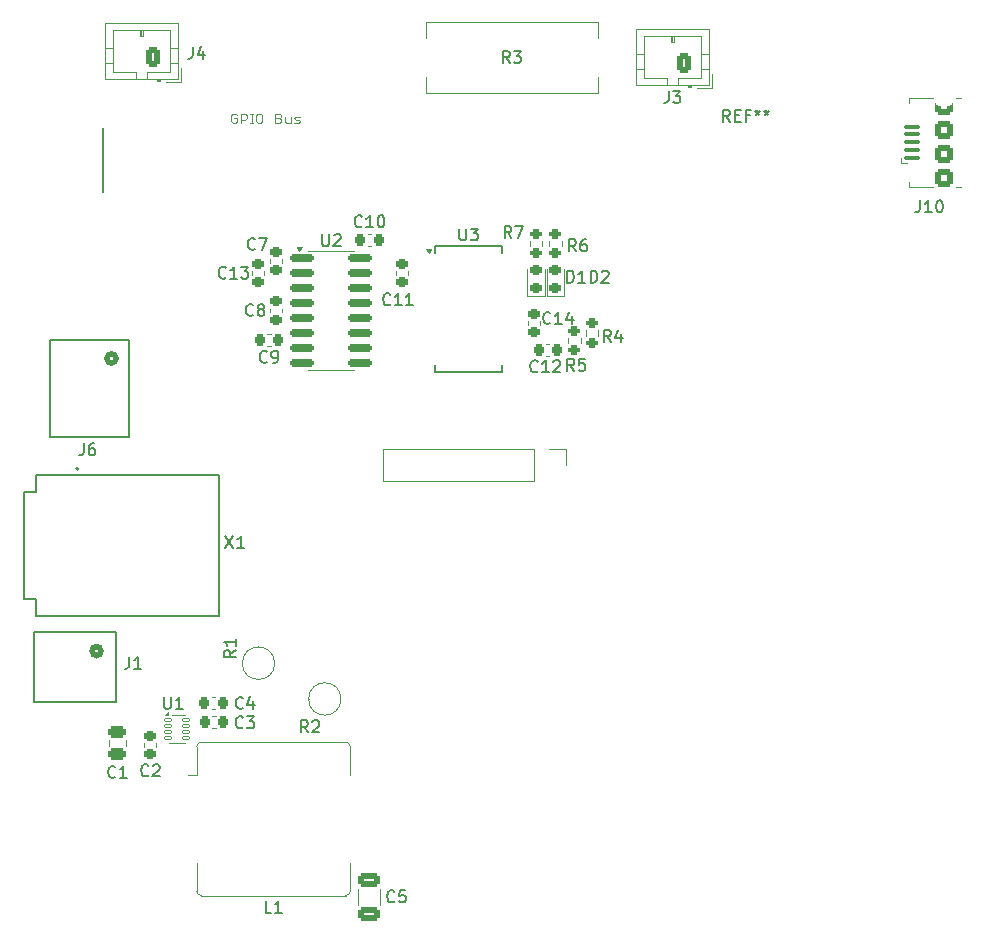
<source format=gbr>
%TF.GenerationSoftware,KiCad,Pcbnew,9.0.1*%
%TF.CreationDate,2025-11-07T15:46:44-06:00*%
%TF.ProjectId,cubesat Sim board,63756265-7361-4742-9053-696d20626f61,rev?*%
%TF.SameCoordinates,Original*%
%TF.FileFunction,Legend,Top*%
%TF.FilePolarity,Positive*%
%FSLAX46Y46*%
G04 Gerber Fmt 4.6, Leading zero omitted, Abs format (unit mm)*
G04 Created by KiCad (PCBNEW 9.0.1) date 2025-11-07 15:46:44*
%MOMM*%
%LPD*%
G01*
G04 APERTURE LIST*
G04 Aperture macros list*
%AMRoundRect*
0 Rectangle with rounded corners*
0 $1 Rounding radius*
0 $2 $3 $4 $5 $6 $7 $8 $9 X,Y pos of 4 corners*
0 Add a 4 corners polygon primitive as box body*
4,1,4,$2,$3,$4,$5,$6,$7,$8,$9,$2,$3,0*
0 Add four circle primitives for the rounded corners*
1,1,$1+$1,$2,$3*
1,1,$1+$1,$4,$5*
1,1,$1+$1,$6,$7*
1,1,$1+$1,$8,$9*
0 Add four rect primitives between the rounded corners*
20,1,$1+$1,$2,$3,$4,$5,0*
20,1,$1+$1,$4,$5,$6,$7,0*
20,1,$1+$1,$6,$7,$8,$9,0*
20,1,$1+$1,$8,$9,$2,$3,0*%
G04 Aperture macros list end*
%ADD10C,0.101600*%
%ADD11C,0.127000*%
%ADD12C,0.150000*%
%ADD13C,0.120000*%
%ADD14C,0.152400*%
%ADD15C,0.508000*%
%ADD16C,0.200000*%
%ADD17C,2.800000*%
%ADD18O,2.800000X2.800000*%
%ADD19C,5.400000*%
%ADD20RoundRect,0.225000X0.225000X0.250000X-0.225000X0.250000X-0.225000X-0.250000X0.225000X-0.250000X0*%
%ADD21C,1.803400*%
%ADD22RoundRect,0.100000X0.575000X-0.100000X0.575000X0.100000X-0.575000X0.100000X-0.575000X-0.100000X0*%
%ADD23O,1.550000X0.890000*%
%ADD24RoundRect,0.250000X0.525000X-0.475000X0.525000X0.475000X-0.525000X0.475000X-0.525000X-0.475000X0*%
%ADD25O,0.950000X1.250000*%
%ADD26RoundRect,0.250000X0.525000X-0.500000X0.525000X0.500000X-0.525000X0.500000X-0.525000X-0.500000X0*%
%ADD27RoundRect,0.225000X-0.250000X0.225000X-0.250000X-0.225000X0.250000X-0.225000X0.250000X0.225000X0*%
%ADD28C,1.600000*%
%ADD29O,1.600000X1.600000*%
%ADD30RoundRect,0.225000X-0.225000X-0.250000X0.225000X-0.250000X0.225000X0.250000X-0.225000X0.250000X0*%
%ADD31R,4.000000X7.000000*%
%ADD32RoundRect,0.200000X-0.275000X0.200000X-0.275000X-0.200000X0.275000X-0.200000X0.275000X0.200000X0*%
%ADD33C,1.700000*%
%ADD34R,1.700000X1.700000*%
%ADD35RoundRect,0.050000X-0.285000X-0.100000X0.285000X-0.100000X0.285000X0.100000X-0.285000X0.100000X0*%
%ADD36RoundRect,0.218750X0.256250X-0.218750X0.256250X0.218750X-0.256250X0.218750X-0.256250X-0.218750X0*%
%ADD37RoundRect,0.250000X0.350000X0.625000X-0.350000X0.625000X-0.350000X-0.625000X0.350000X-0.625000X0*%
%ADD38O,1.200000X1.750000*%
%ADD39C,1.200000*%
%ADD40O,1.512000X2.820000*%
%ADD41O,2.820000X1.512000*%
%ADD42C,1.712000*%
%ADD43R,1.750000X0.450000*%
%ADD44RoundRect,0.225000X0.250000X-0.225000X0.250000X0.225000X-0.250000X0.225000X-0.250000X-0.225000X0*%
%ADD45RoundRect,0.250000X-0.475000X0.250000X-0.475000X-0.250000X0.475000X-0.250000X0.475000X0.250000X0*%
%ADD46RoundRect,0.250000X0.650000X-0.325000X0.650000X0.325000X-0.650000X0.325000X-0.650000X-0.325000X0*%
%ADD47RoundRect,0.150000X-0.825000X-0.150000X0.825000X-0.150000X0.825000X0.150000X-0.825000X0.150000X0*%
%ADD48RoundRect,0.200000X0.275000X-0.200000X0.275000X0.200000X-0.275000X0.200000X-0.275000X-0.200000X0*%
G04 APERTURE END LIST*
D10*
X133726230Y-59418400D02*
X133853230Y-59291150D01*
X134139990Y-58655640D02*
X134139990Y-59418400D01*
X135465370Y-59291150D02*
X135592370Y-59418400D01*
X138359190Y-59418400D02*
X138359190Y-58909890D01*
X134648500Y-58782640D02*
X134521250Y-58655640D01*
X134935270Y-59418400D02*
X135189270Y-59418400D01*
X134648500Y-59036890D02*
X134648500Y-58782640D01*
X135846620Y-59418400D02*
X135973620Y-59291150D01*
X134521250Y-59164150D02*
X134648500Y-59036890D01*
X139154460Y-59291150D02*
X139027460Y-59164150D01*
X135973620Y-59291150D02*
X135973620Y-58782640D01*
X138645950Y-59036890D02*
X138773210Y-58909890D01*
X133344720Y-58782640D02*
X133344720Y-59291150D01*
X139027460Y-59418400D02*
X139154460Y-59291150D01*
X137977930Y-59418400D02*
X138359190Y-59418400D01*
X133471970Y-59418400D02*
X133726230Y-59418400D01*
X137564170Y-59164150D02*
X137436910Y-59036890D01*
X138773210Y-59164150D02*
X138645950Y-59036890D01*
X135592370Y-58655640D02*
X135465370Y-58782640D01*
X133344720Y-58782640D02*
X133471970Y-58655640D01*
X137055660Y-59418400D02*
X137436910Y-59418400D01*
X137850930Y-58909890D02*
X137850930Y-59291150D01*
X135592370Y-59418400D02*
X135846620Y-59418400D01*
X135465370Y-58782640D02*
X135465370Y-59291150D01*
X139027460Y-59164150D02*
X138773210Y-59164150D01*
X137436910Y-58655640D02*
X137564170Y-58782640D01*
X138773210Y-58909890D02*
X139154460Y-58909890D01*
D11*
X122448120Y-65311200D02*
X122448120Y-59824800D01*
D10*
X133853230Y-59291150D02*
X133853230Y-59036890D01*
X133726230Y-58655640D02*
X133853230Y-58782640D01*
X137564170Y-58782640D02*
X137564170Y-58909890D01*
X133853230Y-59036890D02*
X133598970Y-59036890D01*
X137564170Y-58909890D02*
X137436910Y-59036890D01*
X137436910Y-59418400D02*
X137564170Y-59291150D01*
X137564170Y-59291150D02*
X137564170Y-59164150D01*
X135062270Y-58655640D02*
X135062270Y-59418400D01*
X137850930Y-59291150D02*
X137977930Y-59418400D01*
X135846620Y-58655640D02*
X135592370Y-58655640D01*
X137055660Y-58655640D02*
X137436910Y-58655640D01*
X138645950Y-59418400D02*
X139027460Y-59418400D01*
X137055660Y-59418400D02*
X137055660Y-58655640D01*
X133471970Y-58655640D02*
X133726230Y-58655640D01*
X134521250Y-58655640D02*
X134139990Y-58655640D01*
X134139990Y-59164150D02*
X134521250Y-59164150D01*
X133344720Y-59291150D02*
X133471970Y-59418400D01*
X135973620Y-58782640D02*
X135846620Y-58655640D01*
X137436910Y-59036890D02*
X137055660Y-59036890D01*
X134935270Y-58655640D02*
X135189270Y-58655640D01*
D12*
X156906933Y-54353619D02*
X156573600Y-53877428D01*
X156335505Y-54353619D02*
X156335505Y-53353619D01*
X156335505Y-53353619D02*
X156716457Y-53353619D01*
X156716457Y-53353619D02*
X156811695Y-53401238D01*
X156811695Y-53401238D02*
X156859314Y-53448857D01*
X156859314Y-53448857D02*
X156906933Y-53544095D01*
X156906933Y-53544095D02*
X156906933Y-53686952D01*
X156906933Y-53686952D02*
X156859314Y-53782190D01*
X156859314Y-53782190D02*
X156811695Y-53829809D01*
X156811695Y-53829809D02*
X156716457Y-53877428D01*
X156716457Y-53877428D02*
X156335505Y-53877428D01*
X157240267Y-53353619D02*
X157859314Y-53353619D01*
X157859314Y-53353619D02*
X157525981Y-53734571D01*
X157525981Y-53734571D02*
X157668838Y-53734571D01*
X157668838Y-53734571D02*
X157764076Y-53782190D01*
X157764076Y-53782190D02*
X157811695Y-53829809D01*
X157811695Y-53829809D02*
X157859314Y-53925047D01*
X157859314Y-53925047D02*
X157859314Y-54163142D01*
X157859314Y-54163142D02*
X157811695Y-54258380D01*
X157811695Y-54258380D02*
X157764076Y-54306000D01*
X157764076Y-54306000D02*
X157668838Y-54353619D01*
X157668838Y-54353619D02*
X157383124Y-54353619D01*
X157383124Y-54353619D02*
X157287886Y-54306000D01*
X157287886Y-54306000D02*
X157240267Y-54258380D01*
X175552266Y-59315019D02*
X175218933Y-58838828D01*
X174980838Y-59315019D02*
X174980838Y-58315019D01*
X174980838Y-58315019D02*
X175361790Y-58315019D01*
X175361790Y-58315019D02*
X175457028Y-58362638D01*
X175457028Y-58362638D02*
X175504647Y-58410257D01*
X175504647Y-58410257D02*
X175552266Y-58505495D01*
X175552266Y-58505495D02*
X175552266Y-58648352D01*
X175552266Y-58648352D02*
X175504647Y-58743590D01*
X175504647Y-58743590D02*
X175457028Y-58791209D01*
X175457028Y-58791209D02*
X175361790Y-58838828D01*
X175361790Y-58838828D02*
X174980838Y-58838828D01*
X175980838Y-58791209D02*
X176314171Y-58791209D01*
X176457028Y-59315019D02*
X175980838Y-59315019D01*
X175980838Y-59315019D02*
X175980838Y-58315019D01*
X175980838Y-58315019D02*
X176457028Y-58315019D01*
X177218933Y-58791209D02*
X176885600Y-58791209D01*
X176885600Y-59315019D02*
X176885600Y-58315019D01*
X176885600Y-58315019D02*
X177361790Y-58315019D01*
X177885600Y-58315019D02*
X177885600Y-58553114D01*
X177647505Y-58457876D02*
X177885600Y-58553114D01*
X177885600Y-58553114D02*
X178123695Y-58457876D01*
X177742743Y-58743590D02*
X177885600Y-58553114D01*
X177885600Y-58553114D02*
X178028457Y-58743590D01*
X178647505Y-58315019D02*
X178647505Y-58553114D01*
X178409410Y-58457876D02*
X178647505Y-58553114D01*
X178647505Y-58553114D02*
X178885600Y-58457876D01*
X178504648Y-58743590D02*
X178647505Y-58553114D01*
X178647505Y-58553114D02*
X178790362Y-58743590D01*
X159275542Y-80445780D02*
X159227923Y-80493400D01*
X159227923Y-80493400D02*
X159085066Y-80541019D01*
X159085066Y-80541019D02*
X158989828Y-80541019D01*
X158989828Y-80541019D02*
X158846971Y-80493400D01*
X158846971Y-80493400D02*
X158751733Y-80398161D01*
X158751733Y-80398161D02*
X158704114Y-80302923D01*
X158704114Y-80302923D02*
X158656495Y-80112447D01*
X158656495Y-80112447D02*
X158656495Y-79969590D01*
X158656495Y-79969590D02*
X158704114Y-79779114D01*
X158704114Y-79779114D02*
X158751733Y-79683876D01*
X158751733Y-79683876D02*
X158846971Y-79588638D01*
X158846971Y-79588638D02*
X158989828Y-79541019D01*
X158989828Y-79541019D02*
X159085066Y-79541019D01*
X159085066Y-79541019D02*
X159227923Y-79588638D01*
X159227923Y-79588638D02*
X159275542Y-79636257D01*
X160227923Y-80541019D02*
X159656495Y-80541019D01*
X159942209Y-80541019D02*
X159942209Y-79541019D01*
X159942209Y-79541019D02*
X159846971Y-79683876D01*
X159846971Y-79683876D02*
X159751733Y-79779114D01*
X159751733Y-79779114D02*
X159656495Y-79826733D01*
X160608876Y-79636257D02*
X160656495Y-79588638D01*
X160656495Y-79588638D02*
X160751733Y-79541019D01*
X160751733Y-79541019D02*
X160989828Y-79541019D01*
X160989828Y-79541019D02*
X161085066Y-79588638D01*
X161085066Y-79588638D02*
X161132685Y-79636257D01*
X161132685Y-79636257D02*
X161180304Y-79731495D01*
X161180304Y-79731495D02*
X161180304Y-79826733D01*
X161180304Y-79826733D02*
X161132685Y-79969590D01*
X161132685Y-79969590D02*
X160561257Y-80541019D01*
X160561257Y-80541019D02*
X161180304Y-80541019D01*
X124685466Y-104636219D02*
X124685466Y-105350504D01*
X124685466Y-105350504D02*
X124637847Y-105493361D01*
X124637847Y-105493361D02*
X124542609Y-105588600D01*
X124542609Y-105588600D02*
X124399752Y-105636219D01*
X124399752Y-105636219D02*
X124304514Y-105636219D01*
X125685466Y-105636219D02*
X125114038Y-105636219D01*
X125399752Y-105636219D02*
X125399752Y-104636219D01*
X125399752Y-104636219D02*
X125304514Y-104779076D01*
X125304514Y-104779076D02*
X125209276Y-104874314D01*
X125209276Y-104874314D02*
X125114038Y-104921933D01*
X144391142Y-68177580D02*
X144343523Y-68225200D01*
X144343523Y-68225200D02*
X144200666Y-68272819D01*
X144200666Y-68272819D02*
X144105428Y-68272819D01*
X144105428Y-68272819D02*
X143962571Y-68225200D01*
X143962571Y-68225200D02*
X143867333Y-68129961D01*
X143867333Y-68129961D02*
X143819714Y-68034723D01*
X143819714Y-68034723D02*
X143772095Y-67844247D01*
X143772095Y-67844247D02*
X143772095Y-67701390D01*
X143772095Y-67701390D02*
X143819714Y-67510914D01*
X143819714Y-67510914D02*
X143867333Y-67415676D01*
X143867333Y-67415676D02*
X143962571Y-67320438D01*
X143962571Y-67320438D02*
X144105428Y-67272819D01*
X144105428Y-67272819D02*
X144200666Y-67272819D01*
X144200666Y-67272819D02*
X144343523Y-67320438D01*
X144343523Y-67320438D02*
X144391142Y-67368057D01*
X145343523Y-68272819D02*
X144772095Y-68272819D01*
X145057809Y-68272819D02*
X145057809Y-67272819D01*
X145057809Y-67272819D02*
X144962571Y-67415676D01*
X144962571Y-67415676D02*
X144867333Y-67510914D01*
X144867333Y-67510914D02*
X144772095Y-67558533D01*
X145962571Y-67272819D02*
X146057809Y-67272819D01*
X146057809Y-67272819D02*
X146153047Y-67320438D01*
X146153047Y-67320438D02*
X146200666Y-67368057D01*
X146200666Y-67368057D02*
X146248285Y-67463295D01*
X146248285Y-67463295D02*
X146295904Y-67653771D01*
X146295904Y-67653771D02*
X146295904Y-67891866D01*
X146295904Y-67891866D02*
X146248285Y-68082342D01*
X146248285Y-68082342D02*
X146200666Y-68177580D01*
X146200666Y-68177580D02*
X146153047Y-68225200D01*
X146153047Y-68225200D02*
X146057809Y-68272819D01*
X146057809Y-68272819D02*
X145962571Y-68272819D01*
X145962571Y-68272819D02*
X145867333Y-68225200D01*
X145867333Y-68225200D02*
X145819714Y-68177580D01*
X145819714Y-68177580D02*
X145772095Y-68082342D01*
X145772095Y-68082342D02*
X145724476Y-67891866D01*
X145724476Y-67891866D02*
X145724476Y-67653771D01*
X145724476Y-67653771D02*
X145772095Y-67463295D01*
X145772095Y-67463295D02*
X145819714Y-67368057D01*
X145819714Y-67368057D02*
X145867333Y-67320438D01*
X145867333Y-67320438D02*
X145962571Y-67272819D01*
X134326333Y-110595580D02*
X134278714Y-110643200D01*
X134278714Y-110643200D02*
X134135857Y-110690819D01*
X134135857Y-110690819D02*
X134040619Y-110690819D01*
X134040619Y-110690819D02*
X133897762Y-110643200D01*
X133897762Y-110643200D02*
X133802524Y-110547961D01*
X133802524Y-110547961D02*
X133754905Y-110452723D01*
X133754905Y-110452723D02*
X133707286Y-110262247D01*
X133707286Y-110262247D02*
X133707286Y-110119390D01*
X133707286Y-110119390D02*
X133754905Y-109928914D01*
X133754905Y-109928914D02*
X133802524Y-109833676D01*
X133802524Y-109833676D02*
X133897762Y-109738438D01*
X133897762Y-109738438D02*
X134040619Y-109690819D01*
X134040619Y-109690819D02*
X134135857Y-109690819D01*
X134135857Y-109690819D02*
X134278714Y-109738438D01*
X134278714Y-109738438D02*
X134326333Y-109786057D01*
X134659667Y-109690819D02*
X135278714Y-109690819D01*
X135278714Y-109690819D02*
X134945381Y-110071771D01*
X134945381Y-110071771D02*
X135088238Y-110071771D01*
X135088238Y-110071771D02*
X135183476Y-110119390D01*
X135183476Y-110119390D02*
X135231095Y-110167009D01*
X135231095Y-110167009D02*
X135278714Y-110262247D01*
X135278714Y-110262247D02*
X135278714Y-110500342D01*
X135278714Y-110500342D02*
X135231095Y-110595580D01*
X135231095Y-110595580D02*
X135183476Y-110643200D01*
X135183476Y-110643200D02*
X135088238Y-110690819D01*
X135088238Y-110690819D02*
X134802524Y-110690819D01*
X134802524Y-110690819D02*
X134707286Y-110643200D01*
X134707286Y-110643200D02*
X134659667Y-110595580D01*
X191628476Y-66002819D02*
X191628476Y-66717104D01*
X191628476Y-66717104D02*
X191580857Y-66859961D01*
X191580857Y-66859961D02*
X191485619Y-66955200D01*
X191485619Y-66955200D02*
X191342762Y-67002819D01*
X191342762Y-67002819D02*
X191247524Y-67002819D01*
X192628476Y-67002819D02*
X192057048Y-67002819D01*
X192342762Y-67002819D02*
X192342762Y-66002819D01*
X192342762Y-66002819D02*
X192247524Y-66145676D01*
X192247524Y-66145676D02*
X192152286Y-66240914D01*
X192152286Y-66240914D02*
X192057048Y-66288533D01*
X193247524Y-66002819D02*
X193342762Y-66002819D01*
X193342762Y-66002819D02*
X193438000Y-66050438D01*
X193438000Y-66050438D02*
X193485619Y-66098057D01*
X193485619Y-66098057D02*
X193533238Y-66193295D01*
X193533238Y-66193295D02*
X193580857Y-66383771D01*
X193580857Y-66383771D02*
X193580857Y-66621866D01*
X193580857Y-66621866D02*
X193533238Y-66812342D01*
X193533238Y-66812342D02*
X193485619Y-66907580D01*
X193485619Y-66907580D02*
X193438000Y-66955200D01*
X193438000Y-66955200D02*
X193342762Y-67002819D01*
X193342762Y-67002819D02*
X193247524Y-67002819D01*
X193247524Y-67002819D02*
X193152286Y-66955200D01*
X193152286Y-66955200D02*
X193104667Y-66907580D01*
X193104667Y-66907580D02*
X193057048Y-66812342D01*
X193057048Y-66812342D02*
X193009429Y-66621866D01*
X193009429Y-66621866D02*
X193009429Y-66383771D01*
X193009429Y-66383771D02*
X193057048Y-66193295D01*
X193057048Y-66193295D02*
X193104667Y-66098057D01*
X193104667Y-66098057D02*
X193152286Y-66050438D01*
X193152286Y-66050438D02*
X193247524Y-66002819D01*
X135189933Y-75683580D02*
X135142314Y-75731200D01*
X135142314Y-75731200D02*
X134999457Y-75778819D01*
X134999457Y-75778819D02*
X134904219Y-75778819D01*
X134904219Y-75778819D02*
X134761362Y-75731200D01*
X134761362Y-75731200D02*
X134666124Y-75635961D01*
X134666124Y-75635961D02*
X134618505Y-75540723D01*
X134618505Y-75540723D02*
X134570886Y-75350247D01*
X134570886Y-75350247D02*
X134570886Y-75207390D01*
X134570886Y-75207390D02*
X134618505Y-75016914D01*
X134618505Y-75016914D02*
X134666124Y-74921676D01*
X134666124Y-74921676D02*
X134761362Y-74826438D01*
X134761362Y-74826438D02*
X134904219Y-74778819D01*
X134904219Y-74778819D02*
X134999457Y-74778819D01*
X134999457Y-74778819D02*
X135142314Y-74826438D01*
X135142314Y-74826438D02*
X135189933Y-74874057D01*
X135761362Y-75207390D02*
X135666124Y-75159771D01*
X135666124Y-75159771D02*
X135618505Y-75112152D01*
X135618505Y-75112152D02*
X135570886Y-75016914D01*
X135570886Y-75016914D02*
X135570886Y-74969295D01*
X135570886Y-74969295D02*
X135618505Y-74874057D01*
X135618505Y-74874057D02*
X135666124Y-74826438D01*
X135666124Y-74826438D02*
X135761362Y-74778819D01*
X135761362Y-74778819D02*
X135951838Y-74778819D01*
X135951838Y-74778819D02*
X136047076Y-74826438D01*
X136047076Y-74826438D02*
X136094695Y-74874057D01*
X136094695Y-74874057D02*
X136142314Y-74969295D01*
X136142314Y-74969295D02*
X136142314Y-75016914D01*
X136142314Y-75016914D02*
X136094695Y-75112152D01*
X136094695Y-75112152D02*
X136047076Y-75159771D01*
X136047076Y-75159771D02*
X135951838Y-75207390D01*
X135951838Y-75207390D02*
X135761362Y-75207390D01*
X135761362Y-75207390D02*
X135666124Y-75255009D01*
X135666124Y-75255009D02*
X135618505Y-75302628D01*
X135618505Y-75302628D02*
X135570886Y-75397866D01*
X135570886Y-75397866D02*
X135570886Y-75588342D01*
X135570886Y-75588342D02*
X135618505Y-75683580D01*
X135618505Y-75683580D02*
X135666124Y-75731200D01*
X135666124Y-75731200D02*
X135761362Y-75778819D01*
X135761362Y-75778819D02*
X135951838Y-75778819D01*
X135951838Y-75778819D02*
X136047076Y-75731200D01*
X136047076Y-75731200D02*
X136094695Y-75683580D01*
X136094695Y-75683580D02*
X136142314Y-75588342D01*
X136142314Y-75588342D02*
X136142314Y-75397866D01*
X136142314Y-75397866D02*
X136094695Y-75302628D01*
X136094695Y-75302628D02*
X136047076Y-75255009D01*
X136047076Y-75255009D02*
X135951838Y-75207390D01*
X133720819Y-104081666D02*
X133244628Y-104414999D01*
X133720819Y-104653094D02*
X132720819Y-104653094D01*
X132720819Y-104653094D02*
X132720819Y-104272142D01*
X132720819Y-104272142D02*
X132768438Y-104176904D01*
X132768438Y-104176904D02*
X132816057Y-104129285D01*
X132816057Y-104129285D02*
X132911295Y-104081666D01*
X132911295Y-104081666D02*
X133054152Y-104081666D01*
X133054152Y-104081666D02*
X133149390Y-104129285D01*
X133149390Y-104129285D02*
X133197009Y-104176904D01*
X133197009Y-104176904D02*
X133244628Y-104272142D01*
X133244628Y-104272142D02*
X133244628Y-104653094D01*
X133720819Y-103129285D02*
X133720819Y-103700713D01*
X133720819Y-103414999D02*
X132720819Y-103414999D01*
X132720819Y-103414999D02*
X132863676Y-103510237D01*
X132863676Y-103510237D02*
X132958914Y-103605475D01*
X132958914Y-103605475D02*
X133006533Y-103700713D01*
X134326333Y-108944580D02*
X134278714Y-108992200D01*
X134278714Y-108992200D02*
X134135857Y-109039819D01*
X134135857Y-109039819D02*
X134040619Y-109039819D01*
X134040619Y-109039819D02*
X133897762Y-108992200D01*
X133897762Y-108992200D02*
X133802524Y-108896961D01*
X133802524Y-108896961D02*
X133754905Y-108801723D01*
X133754905Y-108801723D02*
X133707286Y-108611247D01*
X133707286Y-108611247D02*
X133707286Y-108468390D01*
X133707286Y-108468390D02*
X133754905Y-108277914D01*
X133754905Y-108277914D02*
X133802524Y-108182676D01*
X133802524Y-108182676D02*
X133897762Y-108087438D01*
X133897762Y-108087438D02*
X134040619Y-108039819D01*
X134040619Y-108039819D02*
X134135857Y-108039819D01*
X134135857Y-108039819D02*
X134278714Y-108087438D01*
X134278714Y-108087438D02*
X134326333Y-108135057D01*
X135183476Y-108373152D02*
X135183476Y-109039819D01*
X134945381Y-107992200D02*
X134707286Y-108706485D01*
X134707286Y-108706485D02*
X135326333Y-108706485D01*
X136739333Y-126311819D02*
X136263143Y-126311819D01*
X136263143Y-126311819D02*
X136263143Y-125311819D01*
X137596476Y-126311819D02*
X137025048Y-126311819D01*
X137310762Y-126311819D02*
X137310762Y-125311819D01*
X137310762Y-125311819D02*
X137215524Y-125454676D01*
X137215524Y-125454676D02*
X137120286Y-125549914D01*
X137120286Y-125549914D02*
X137025048Y-125597533D01*
X157059333Y-69161819D02*
X156726000Y-68685628D01*
X156487905Y-69161819D02*
X156487905Y-68161819D01*
X156487905Y-68161819D02*
X156868857Y-68161819D01*
X156868857Y-68161819D02*
X156964095Y-68209438D01*
X156964095Y-68209438D02*
X157011714Y-68257057D01*
X157011714Y-68257057D02*
X157059333Y-68352295D01*
X157059333Y-68352295D02*
X157059333Y-68495152D01*
X157059333Y-68495152D02*
X157011714Y-68590390D01*
X157011714Y-68590390D02*
X156964095Y-68638009D01*
X156964095Y-68638009D02*
X156868857Y-68685628D01*
X156868857Y-68685628D02*
X156487905Y-68685628D01*
X157392667Y-68161819D02*
X158059333Y-68161819D01*
X158059333Y-68161819D02*
X157630762Y-69161819D01*
X139816333Y-111028819D02*
X139483000Y-110552628D01*
X139244905Y-111028819D02*
X139244905Y-110028819D01*
X139244905Y-110028819D02*
X139625857Y-110028819D01*
X139625857Y-110028819D02*
X139721095Y-110076438D01*
X139721095Y-110076438D02*
X139768714Y-110124057D01*
X139768714Y-110124057D02*
X139816333Y-110219295D01*
X139816333Y-110219295D02*
X139816333Y-110362152D01*
X139816333Y-110362152D02*
X139768714Y-110457390D01*
X139768714Y-110457390D02*
X139721095Y-110505009D01*
X139721095Y-110505009D02*
X139625857Y-110552628D01*
X139625857Y-110552628D02*
X139244905Y-110552628D01*
X140197286Y-110124057D02*
X140244905Y-110076438D01*
X140244905Y-110076438D02*
X140340143Y-110028819D01*
X140340143Y-110028819D02*
X140578238Y-110028819D01*
X140578238Y-110028819D02*
X140673476Y-110076438D01*
X140673476Y-110076438D02*
X140721095Y-110124057D01*
X140721095Y-110124057D02*
X140768714Y-110219295D01*
X140768714Y-110219295D02*
X140768714Y-110314533D01*
X140768714Y-110314533D02*
X140721095Y-110457390D01*
X140721095Y-110457390D02*
X140149667Y-111028819D01*
X140149667Y-111028819D02*
X140768714Y-111028819D01*
X146804142Y-74781580D02*
X146756523Y-74829200D01*
X146756523Y-74829200D02*
X146613666Y-74876819D01*
X146613666Y-74876819D02*
X146518428Y-74876819D01*
X146518428Y-74876819D02*
X146375571Y-74829200D01*
X146375571Y-74829200D02*
X146280333Y-74733961D01*
X146280333Y-74733961D02*
X146232714Y-74638723D01*
X146232714Y-74638723D02*
X146185095Y-74448247D01*
X146185095Y-74448247D02*
X146185095Y-74305390D01*
X146185095Y-74305390D02*
X146232714Y-74114914D01*
X146232714Y-74114914D02*
X146280333Y-74019676D01*
X146280333Y-74019676D02*
X146375571Y-73924438D01*
X146375571Y-73924438D02*
X146518428Y-73876819D01*
X146518428Y-73876819D02*
X146613666Y-73876819D01*
X146613666Y-73876819D02*
X146756523Y-73924438D01*
X146756523Y-73924438D02*
X146804142Y-73972057D01*
X147756523Y-74876819D02*
X147185095Y-74876819D01*
X147470809Y-74876819D02*
X147470809Y-73876819D01*
X147470809Y-73876819D02*
X147375571Y-74019676D01*
X147375571Y-74019676D02*
X147280333Y-74114914D01*
X147280333Y-74114914D02*
X147185095Y-74162533D01*
X148708904Y-74876819D02*
X148137476Y-74876819D01*
X148423190Y-74876819D02*
X148423190Y-73876819D01*
X148423190Y-73876819D02*
X148327952Y-74019676D01*
X148327952Y-74019676D02*
X148232714Y-74114914D01*
X148232714Y-74114914D02*
X148137476Y-74162533D01*
X120824666Y-86576819D02*
X120824666Y-87291104D01*
X120824666Y-87291104D02*
X120777047Y-87433961D01*
X120777047Y-87433961D02*
X120681809Y-87529200D01*
X120681809Y-87529200D02*
X120538952Y-87576819D01*
X120538952Y-87576819D02*
X120443714Y-87576819D01*
X121729428Y-86576819D02*
X121538952Y-86576819D01*
X121538952Y-86576819D02*
X121443714Y-86624438D01*
X121443714Y-86624438D02*
X121396095Y-86672057D01*
X121396095Y-86672057D02*
X121300857Y-86814914D01*
X121300857Y-86814914D02*
X121253238Y-87005390D01*
X121253238Y-87005390D02*
X121253238Y-87386342D01*
X121253238Y-87386342D02*
X121300857Y-87481580D01*
X121300857Y-87481580D02*
X121348476Y-87529200D01*
X121348476Y-87529200D02*
X121443714Y-87576819D01*
X121443714Y-87576819D02*
X121634190Y-87576819D01*
X121634190Y-87576819D02*
X121729428Y-87529200D01*
X121729428Y-87529200D02*
X121777047Y-87481580D01*
X121777047Y-87481580D02*
X121824666Y-87386342D01*
X121824666Y-87386342D02*
X121824666Y-87148247D01*
X121824666Y-87148247D02*
X121777047Y-87053009D01*
X121777047Y-87053009D02*
X121729428Y-87005390D01*
X121729428Y-87005390D02*
X121634190Y-86957771D01*
X121634190Y-86957771D02*
X121443714Y-86957771D01*
X121443714Y-86957771D02*
X121348476Y-87005390D01*
X121348476Y-87005390D02*
X121300857Y-87053009D01*
X121300857Y-87053009D02*
X121253238Y-87148247D01*
X127635095Y-108039819D02*
X127635095Y-108849342D01*
X127635095Y-108849342D02*
X127682714Y-108944580D01*
X127682714Y-108944580D02*
X127730333Y-108992200D01*
X127730333Y-108992200D02*
X127825571Y-109039819D01*
X127825571Y-109039819D02*
X128016047Y-109039819D01*
X128016047Y-109039819D02*
X128111285Y-108992200D01*
X128111285Y-108992200D02*
X128158904Y-108944580D01*
X128158904Y-108944580D02*
X128206523Y-108849342D01*
X128206523Y-108849342D02*
X128206523Y-108039819D01*
X129206523Y-109039819D02*
X128635095Y-109039819D01*
X128920809Y-109039819D02*
X128920809Y-108039819D01*
X128920809Y-108039819D02*
X128825571Y-108182676D01*
X128825571Y-108182676D02*
X128730333Y-108277914D01*
X128730333Y-108277914D02*
X128635095Y-108325533D01*
X165466733Y-77975619D02*
X165133400Y-77499428D01*
X164895305Y-77975619D02*
X164895305Y-76975619D01*
X164895305Y-76975619D02*
X165276257Y-76975619D01*
X165276257Y-76975619D02*
X165371495Y-77023238D01*
X165371495Y-77023238D02*
X165419114Y-77070857D01*
X165419114Y-77070857D02*
X165466733Y-77166095D01*
X165466733Y-77166095D02*
X165466733Y-77308952D01*
X165466733Y-77308952D02*
X165419114Y-77404190D01*
X165419114Y-77404190D02*
X165371495Y-77451809D01*
X165371495Y-77451809D02*
X165276257Y-77499428D01*
X165276257Y-77499428D02*
X164895305Y-77499428D01*
X166323876Y-77308952D02*
X166323876Y-77975619D01*
X166085781Y-76928000D02*
X165847686Y-77642285D01*
X165847686Y-77642285D02*
X166466733Y-77642285D01*
X162520333Y-70304819D02*
X162187000Y-69828628D01*
X161948905Y-70304819D02*
X161948905Y-69304819D01*
X161948905Y-69304819D02*
X162329857Y-69304819D01*
X162329857Y-69304819D02*
X162425095Y-69352438D01*
X162425095Y-69352438D02*
X162472714Y-69400057D01*
X162472714Y-69400057D02*
X162520333Y-69495295D01*
X162520333Y-69495295D02*
X162520333Y-69638152D01*
X162520333Y-69638152D02*
X162472714Y-69733390D01*
X162472714Y-69733390D02*
X162425095Y-69781009D01*
X162425095Y-69781009D02*
X162329857Y-69828628D01*
X162329857Y-69828628D02*
X161948905Y-69828628D01*
X163377476Y-69304819D02*
X163187000Y-69304819D01*
X163187000Y-69304819D02*
X163091762Y-69352438D01*
X163091762Y-69352438D02*
X163044143Y-69400057D01*
X163044143Y-69400057D02*
X162948905Y-69542914D01*
X162948905Y-69542914D02*
X162901286Y-69733390D01*
X162901286Y-69733390D02*
X162901286Y-70114342D01*
X162901286Y-70114342D02*
X162948905Y-70209580D01*
X162948905Y-70209580D02*
X162996524Y-70257200D01*
X162996524Y-70257200D02*
X163091762Y-70304819D01*
X163091762Y-70304819D02*
X163282238Y-70304819D01*
X163282238Y-70304819D02*
X163377476Y-70257200D01*
X163377476Y-70257200D02*
X163425095Y-70209580D01*
X163425095Y-70209580D02*
X163472714Y-70114342D01*
X163472714Y-70114342D02*
X163472714Y-69876247D01*
X163472714Y-69876247D02*
X163425095Y-69781009D01*
X163425095Y-69781009D02*
X163377476Y-69733390D01*
X163377476Y-69733390D02*
X163282238Y-69685771D01*
X163282238Y-69685771D02*
X163091762Y-69685771D01*
X163091762Y-69685771D02*
X162996524Y-69733390D01*
X162996524Y-69733390D02*
X162948905Y-69781009D01*
X162948905Y-69781009D02*
X162901286Y-69876247D01*
X132884942Y-72520980D02*
X132837323Y-72568600D01*
X132837323Y-72568600D02*
X132694466Y-72616219D01*
X132694466Y-72616219D02*
X132599228Y-72616219D01*
X132599228Y-72616219D02*
X132456371Y-72568600D01*
X132456371Y-72568600D02*
X132361133Y-72473361D01*
X132361133Y-72473361D02*
X132313514Y-72378123D01*
X132313514Y-72378123D02*
X132265895Y-72187647D01*
X132265895Y-72187647D02*
X132265895Y-72044790D01*
X132265895Y-72044790D02*
X132313514Y-71854314D01*
X132313514Y-71854314D02*
X132361133Y-71759076D01*
X132361133Y-71759076D02*
X132456371Y-71663838D01*
X132456371Y-71663838D02*
X132599228Y-71616219D01*
X132599228Y-71616219D02*
X132694466Y-71616219D01*
X132694466Y-71616219D02*
X132837323Y-71663838D01*
X132837323Y-71663838D02*
X132884942Y-71711457D01*
X133837323Y-72616219D02*
X133265895Y-72616219D01*
X133551609Y-72616219D02*
X133551609Y-71616219D01*
X133551609Y-71616219D02*
X133456371Y-71759076D01*
X133456371Y-71759076D02*
X133361133Y-71854314D01*
X133361133Y-71854314D02*
X133265895Y-71901933D01*
X134170657Y-71616219D02*
X134789704Y-71616219D01*
X134789704Y-71616219D02*
X134456371Y-71997171D01*
X134456371Y-71997171D02*
X134599228Y-71997171D01*
X134599228Y-71997171D02*
X134694466Y-72044790D01*
X134694466Y-72044790D02*
X134742085Y-72092409D01*
X134742085Y-72092409D02*
X134789704Y-72187647D01*
X134789704Y-72187647D02*
X134789704Y-72425742D01*
X134789704Y-72425742D02*
X134742085Y-72520980D01*
X134742085Y-72520980D02*
X134694466Y-72568600D01*
X134694466Y-72568600D02*
X134599228Y-72616219D01*
X134599228Y-72616219D02*
X134313514Y-72616219D01*
X134313514Y-72616219D02*
X134218276Y-72568600D01*
X134218276Y-72568600D02*
X134170657Y-72520980D01*
X136358333Y-79640580D02*
X136310714Y-79688200D01*
X136310714Y-79688200D02*
X136167857Y-79735819D01*
X136167857Y-79735819D02*
X136072619Y-79735819D01*
X136072619Y-79735819D02*
X135929762Y-79688200D01*
X135929762Y-79688200D02*
X135834524Y-79592961D01*
X135834524Y-79592961D02*
X135786905Y-79497723D01*
X135786905Y-79497723D02*
X135739286Y-79307247D01*
X135739286Y-79307247D02*
X135739286Y-79164390D01*
X135739286Y-79164390D02*
X135786905Y-78973914D01*
X135786905Y-78973914D02*
X135834524Y-78878676D01*
X135834524Y-78878676D02*
X135929762Y-78783438D01*
X135929762Y-78783438D02*
X136072619Y-78735819D01*
X136072619Y-78735819D02*
X136167857Y-78735819D01*
X136167857Y-78735819D02*
X136310714Y-78783438D01*
X136310714Y-78783438D02*
X136358333Y-78831057D01*
X136834524Y-79735819D02*
X137025000Y-79735819D01*
X137025000Y-79735819D02*
X137120238Y-79688200D01*
X137120238Y-79688200D02*
X137167857Y-79640580D01*
X137167857Y-79640580D02*
X137263095Y-79497723D01*
X137263095Y-79497723D02*
X137310714Y-79307247D01*
X137310714Y-79307247D02*
X137310714Y-78926295D01*
X137310714Y-78926295D02*
X137263095Y-78831057D01*
X137263095Y-78831057D02*
X137215476Y-78783438D01*
X137215476Y-78783438D02*
X137120238Y-78735819D01*
X137120238Y-78735819D02*
X136929762Y-78735819D01*
X136929762Y-78735819D02*
X136834524Y-78783438D01*
X136834524Y-78783438D02*
X136786905Y-78831057D01*
X136786905Y-78831057D02*
X136739286Y-78926295D01*
X136739286Y-78926295D02*
X136739286Y-79164390D01*
X136739286Y-79164390D02*
X136786905Y-79259628D01*
X136786905Y-79259628D02*
X136834524Y-79307247D01*
X136834524Y-79307247D02*
X136929762Y-79354866D01*
X136929762Y-79354866D02*
X137120238Y-79354866D01*
X137120238Y-79354866D02*
X137215476Y-79307247D01*
X137215476Y-79307247D02*
X137263095Y-79259628D01*
X137263095Y-79259628D02*
X137310714Y-79164390D01*
X161761905Y-72954819D02*
X161761905Y-71954819D01*
X161761905Y-71954819D02*
X162000000Y-71954819D01*
X162000000Y-71954819D02*
X162142857Y-72002438D01*
X162142857Y-72002438D02*
X162238095Y-72097676D01*
X162238095Y-72097676D02*
X162285714Y-72192914D01*
X162285714Y-72192914D02*
X162333333Y-72383390D01*
X162333333Y-72383390D02*
X162333333Y-72526247D01*
X162333333Y-72526247D02*
X162285714Y-72716723D01*
X162285714Y-72716723D02*
X162238095Y-72811961D01*
X162238095Y-72811961D02*
X162142857Y-72907200D01*
X162142857Y-72907200D02*
X162000000Y-72954819D01*
X162000000Y-72954819D02*
X161761905Y-72954819D01*
X163285714Y-72954819D02*
X162714286Y-72954819D01*
X163000000Y-72954819D02*
X163000000Y-71954819D01*
X163000000Y-71954819D02*
X162904762Y-72097676D01*
X162904762Y-72097676D02*
X162809524Y-72192914D01*
X162809524Y-72192914D02*
X162714286Y-72240533D01*
X130076666Y-52989819D02*
X130076666Y-53704104D01*
X130076666Y-53704104D02*
X130029047Y-53846961D01*
X130029047Y-53846961D02*
X129933809Y-53942200D01*
X129933809Y-53942200D02*
X129790952Y-53989819D01*
X129790952Y-53989819D02*
X129695714Y-53989819D01*
X130981428Y-53323152D02*
X130981428Y-53989819D01*
X130743333Y-52942200D02*
X130505238Y-53656485D01*
X130505238Y-53656485D02*
X131124285Y-53656485D01*
X132841143Y-94413935D02*
X133508907Y-95415581D01*
X133508907Y-94413935D02*
X132841143Y-95415581D01*
X134415158Y-95415581D02*
X133842789Y-95415581D01*
X134128974Y-95415581D02*
X134128974Y-94413935D01*
X134128974Y-94413935D02*
X134033579Y-94557027D01*
X134033579Y-94557027D02*
X133938184Y-94652422D01*
X133938184Y-94652422D02*
X133842789Y-94700120D01*
X152654095Y-68388819D02*
X152654095Y-69198342D01*
X152654095Y-69198342D02*
X152701714Y-69293580D01*
X152701714Y-69293580D02*
X152749333Y-69341200D01*
X152749333Y-69341200D02*
X152844571Y-69388819D01*
X152844571Y-69388819D02*
X153035047Y-69388819D01*
X153035047Y-69388819D02*
X153130285Y-69341200D01*
X153130285Y-69341200D02*
X153177904Y-69293580D01*
X153177904Y-69293580D02*
X153225523Y-69198342D01*
X153225523Y-69198342D02*
X153225523Y-68388819D01*
X153606476Y-68388819D02*
X154225523Y-68388819D01*
X154225523Y-68388819D02*
X153892190Y-68769771D01*
X153892190Y-68769771D02*
X154035047Y-68769771D01*
X154035047Y-68769771D02*
X154130285Y-68817390D01*
X154130285Y-68817390D02*
X154177904Y-68865009D01*
X154177904Y-68865009D02*
X154225523Y-68960247D01*
X154225523Y-68960247D02*
X154225523Y-69198342D01*
X154225523Y-69198342D02*
X154177904Y-69293580D01*
X154177904Y-69293580D02*
X154130285Y-69341200D01*
X154130285Y-69341200D02*
X154035047Y-69388819D01*
X154035047Y-69388819D02*
X153749333Y-69388819D01*
X153749333Y-69388819D02*
X153654095Y-69341200D01*
X153654095Y-69341200D02*
X153606476Y-69293580D01*
X160357142Y-76359580D02*
X160309523Y-76407200D01*
X160309523Y-76407200D02*
X160166666Y-76454819D01*
X160166666Y-76454819D02*
X160071428Y-76454819D01*
X160071428Y-76454819D02*
X159928571Y-76407200D01*
X159928571Y-76407200D02*
X159833333Y-76311961D01*
X159833333Y-76311961D02*
X159785714Y-76216723D01*
X159785714Y-76216723D02*
X159738095Y-76026247D01*
X159738095Y-76026247D02*
X159738095Y-75883390D01*
X159738095Y-75883390D02*
X159785714Y-75692914D01*
X159785714Y-75692914D02*
X159833333Y-75597676D01*
X159833333Y-75597676D02*
X159928571Y-75502438D01*
X159928571Y-75502438D02*
X160071428Y-75454819D01*
X160071428Y-75454819D02*
X160166666Y-75454819D01*
X160166666Y-75454819D02*
X160309523Y-75502438D01*
X160309523Y-75502438D02*
X160357142Y-75550057D01*
X161309523Y-76454819D02*
X160738095Y-76454819D01*
X161023809Y-76454819D02*
X161023809Y-75454819D01*
X161023809Y-75454819D02*
X160928571Y-75597676D01*
X160928571Y-75597676D02*
X160833333Y-75692914D01*
X160833333Y-75692914D02*
X160738095Y-75740533D01*
X162166666Y-75788152D02*
X162166666Y-76454819D01*
X161928571Y-75407200D02*
X161690476Y-76121485D01*
X161690476Y-76121485D02*
X162309523Y-76121485D01*
X123531333Y-114786580D02*
X123483714Y-114834200D01*
X123483714Y-114834200D02*
X123340857Y-114881819D01*
X123340857Y-114881819D02*
X123245619Y-114881819D01*
X123245619Y-114881819D02*
X123102762Y-114834200D01*
X123102762Y-114834200D02*
X123007524Y-114738961D01*
X123007524Y-114738961D02*
X122959905Y-114643723D01*
X122959905Y-114643723D02*
X122912286Y-114453247D01*
X122912286Y-114453247D02*
X122912286Y-114310390D01*
X122912286Y-114310390D02*
X122959905Y-114119914D01*
X122959905Y-114119914D02*
X123007524Y-114024676D01*
X123007524Y-114024676D02*
X123102762Y-113929438D01*
X123102762Y-113929438D02*
X123245619Y-113881819D01*
X123245619Y-113881819D02*
X123340857Y-113881819D01*
X123340857Y-113881819D02*
X123483714Y-113929438D01*
X123483714Y-113929438D02*
X123531333Y-113977057D01*
X124483714Y-114881819D02*
X123912286Y-114881819D01*
X124198000Y-114881819D02*
X124198000Y-113881819D01*
X124198000Y-113881819D02*
X124102762Y-114024676D01*
X124102762Y-114024676D02*
X124007524Y-114119914D01*
X124007524Y-114119914D02*
X123912286Y-114167533D01*
X126325333Y-114659580D02*
X126277714Y-114707200D01*
X126277714Y-114707200D02*
X126134857Y-114754819D01*
X126134857Y-114754819D02*
X126039619Y-114754819D01*
X126039619Y-114754819D02*
X125896762Y-114707200D01*
X125896762Y-114707200D02*
X125801524Y-114611961D01*
X125801524Y-114611961D02*
X125753905Y-114516723D01*
X125753905Y-114516723D02*
X125706286Y-114326247D01*
X125706286Y-114326247D02*
X125706286Y-114183390D01*
X125706286Y-114183390D02*
X125753905Y-113992914D01*
X125753905Y-113992914D02*
X125801524Y-113897676D01*
X125801524Y-113897676D02*
X125896762Y-113802438D01*
X125896762Y-113802438D02*
X126039619Y-113754819D01*
X126039619Y-113754819D02*
X126134857Y-113754819D01*
X126134857Y-113754819D02*
X126277714Y-113802438D01*
X126277714Y-113802438D02*
X126325333Y-113850057D01*
X126706286Y-113850057D02*
X126753905Y-113802438D01*
X126753905Y-113802438D02*
X126849143Y-113754819D01*
X126849143Y-113754819D02*
X127087238Y-113754819D01*
X127087238Y-113754819D02*
X127182476Y-113802438D01*
X127182476Y-113802438D02*
X127230095Y-113850057D01*
X127230095Y-113850057D02*
X127277714Y-113945295D01*
X127277714Y-113945295D02*
X127277714Y-114040533D01*
X127277714Y-114040533D02*
X127230095Y-114183390D01*
X127230095Y-114183390D02*
X126658667Y-114754819D01*
X126658667Y-114754819D02*
X127277714Y-114754819D01*
X147153333Y-125327580D02*
X147105714Y-125375200D01*
X147105714Y-125375200D02*
X146962857Y-125422819D01*
X146962857Y-125422819D02*
X146867619Y-125422819D01*
X146867619Y-125422819D02*
X146724762Y-125375200D01*
X146724762Y-125375200D02*
X146629524Y-125279961D01*
X146629524Y-125279961D02*
X146581905Y-125184723D01*
X146581905Y-125184723D02*
X146534286Y-124994247D01*
X146534286Y-124994247D02*
X146534286Y-124851390D01*
X146534286Y-124851390D02*
X146581905Y-124660914D01*
X146581905Y-124660914D02*
X146629524Y-124565676D01*
X146629524Y-124565676D02*
X146724762Y-124470438D01*
X146724762Y-124470438D02*
X146867619Y-124422819D01*
X146867619Y-124422819D02*
X146962857Y-124422819D01*
X146962857Y-124422819D02*
X147105714Y-124470438D01*
X147105714Y-124470438D02*
X147153333Y-124518057D01*
X148058095Y-124422819D02*
X147581905Y-124422819D01*
X147581905Y-124422819D02*
X147534286Y-124899009D01*
X147534286Y-124899009D02*
X147581905Y-124851390D01*
X147581905Y-124851390D02*
X147677143Y-124803771D01*
X147677143Y-124803771D02*
X147915238Y-124803771D01*
X147915238Y-124803771D02*
X148010476Y-124851390D01*
X148010476Y-124851390D02*
X148058095Y-124899009D01*
X148058095Y-124899009D02*
X148105714Y-124994247D01*
X148105714Y-124994247D02*
X148105714Y-125232342D01*
X148105714Y-125232342D02*
X148058095Y-125327580D01*
X148058095Y-125327580D02*
X148010476Y-125375200D01*
X148010476Y-125375200D02*
X147915238Y-125422819D01*
X147915238Y-125422819D02*
X147677143Y-125422819D01*
X147677143Y-125422819D02*
X147581905Y-125375200D01*
X147581905Y-125375200D02*
X147534286Y-125327580D01*
X135342333Y-70082580D02*
X135294714Y-70130200D01*
X135294714Y-70130200D02*
X135151857Y-70177819D01*
X135151857Y-70177819D02*
X135056619Y-70177819D01*
X135056619Y-70177819D02*
X134913762Y-70130200D01*
X134913762Y-70130200D02*
X134818524Y-70034961D01*
X134818524Y-70034961D02*
X134770905Y-69939723D01*
X134770905Y-69939723D02*
X134723286Y-69749247D01*
X134723286Y-69749247D02*
X134723286Y-69606390D01*
X134723286Y-69606390D02*
X134770905Y-69415914D01*
X134770905Y-69415914D02*
X134818524Y-69320676D01*
X134818524Y-69320676D02*
X134913762Y-69225438D01*
X134913762Y-69225438D02*
X135056619Y-69177819D01*
X135056619Y-69177819D02*
X135151857Y-69177819D01*
X135151857Y-69177819D02*
X135294714Y-69225438D01*
X135294714Y-69225438D02*
X135342333Y-69273057D01*
X135675667Y-69177819D02*
X136342333Y-69177819D01*
X136342333Y-69177819D02*
X135913762Y-70177819D01*
X141035095Y-68865819D02*
X141035095Y-69675342D01*
X141035095Y-69675342D02*
X141082714Y-69770580D01*
X141082714Y-69770580D02*
X141130333Y-69818200D01*
X141130333Y-69818200D02*
X141225571Y-69865819D01*
X141225571Y-69865819D02*
X141416047Y-69865819D01*
X141416047Y-69865819D02*
X141511285Y-69818200D01*
X141511285Y-69818200D02*
X141558904Y-69770580D01*
X141558904Y-69770580D02*
X141606523Y-69675342D01*
X141606523Y-69675342D02*
X141606523Y-68865819D01*
X142035095Y-68961057D02*
X142082714Y-68913438D01*
X142082714Y-68913438D02*
X142177952Y-68865819D01*
X142177952Y-68865819D02*
X142416047Y-68865819D01*
X142416047Y-68865819D02*
X142511285Y-68913438D01*
X142511285Y-68913438D02*
X142558904Y-68961057D01*
X142558904Y-68961057D02*
X142606523Y-69056295D01*
X142606523Y-69056295D02*
X142606523Y-69151533D01*
X142606523Y-69151533D02*
X142558904Y-69294390D01*
X142558904Y-69294390D02*
X141987476Y-69865819D01*
X141987476Y-69865819D02*
X142606523Y-69865819D01*
X170354666Y-56752819D02*
X170354666Y-57467104D01*
X170354666Y-57467104D02*
X170307047Y-57609961D01*
X170307047Y-57609961D02*
X170211809Y-57705200D01*
X170211809Y-57705200D02*
X170068952Y-57752819D01*
X170068952Y-57752819D02*
X169973714Y-57752819D01*
X170735619Y-56752819D02*
X171354666Y-56752819D01*
X171354666Y-56752819D02*
X171021333Y-57133771D01*
X171021333Y-57133771D02*
X171164190Y-57133771D01*
X171164190Y-57133771D02*
X171259428Y-57181390D01*
X171259428Y-57181390D02*
X171307047Y-57229009D01*
X171307047Y-57229009D02*
X171354666Y-57324247D01*
X171354666Y-57324247D02*
X171354666Y-57562342D01*
X171354666Y-57562342D02*
X171307047Y-57657580D01*
X171307047Y-57657580D02*
X171259428Y-57705200D01*
X171259428Y-57705200D02*
X171164190Y-57752819D01*
X171164190Y-57752819D02*
X170878476Y-57752819D01*
X170878476Y-57752819D02*
X170783238Y-57705200D01*
X170783238Y-57705200D02*
X170735619Y-57657580D01*
X162367933Y-80414019D02*
X162034600Y-79937828D01*
X161796505Y-80414019D02*
X161796505Y-79414019D01*
X161796505Y-79414019D02*
X162177457Y-79414019D01*
X162177457Y-79414019D02*
X162272695Y-79461638D01*
X162272695Y-79461638D02*
X162320314Y-79509257D01*
X162320314Y-79509257D02*
X162367933Y-79604495D01*
X162367933Y-79604495D02*
X162367933Y-79747352D01*
X162367933Y-79747352D02*
X162320314Y-79842590D01*
X162320314Y-79842590D02*
X162272695Y-79890209D01*
X162272695Y-79890209D02*
X162177457Y-79937828D01*
X162177457Y-79937828D02*
X161796505Y-79937828D01*
X163272695Y-79414019D02*
X162796505Y-79414019D01*
X162796505Y-79414019D02*
X162748886Y-79890209D01*
X162748886Y-79890209D02*
X162796505Y-79842590D01*
X162796505Y-79842590D02*
X162891743Y-79794971D01*
X162891743Y-79794971D02*
X163129838Y-79794971D01*
X163129838Y-79794971D02*
X163225076Y-79842590D01*
X163225076Y-79842590D02*
X163272695Y-79890209D01*
X163272695Y-79890209D02*
X163320314Y-79985447D01*
X163320314Y-79985447D02*
X163320314Y-80223542D01*
X163320314Y-80223542D02*
X163272695Y-80318780D01*
X163272695Y-80318780D02*
X163225076Y-80366400D01*
X163225076Y-80366400D02*
X163129838Y-80414019D01*
X163129838Y-80414019D02*
X162891743Y-80414019D01*
X162891743Y-80414019D02*
X162796505Y-80366400D01*
X162796505Y-80366400D02*
X162748886Y-80318780D01*
X163761905Y-72954819D02*
X163761905Y-71954819D01*
X163761905Y-71954819D02*
X164000000Y-71954819D01*
X164000000Y-71954819D02*
X164142857Y-72002438D01*
X164142857Y-72002438D02*
X164238095Y-72097676D01*
X164238095Y-72097676D02*
X164285714Y-72192914D01*
X164285714Y-72192914D02*
X164333333Y-72383390D01*
X164333333Y-72383390D02*
X164333333Y-72526247D01*
X164333333Y-72526247D02*
X164285714Y-72716723D01*
X164285714Y-72716723D02*
X164238095Y-72811961D01*
X164238095Y-72811961D02*
X164142857Y-72907200D01*
X164142857Y-72907200D02*
X164000000Y-72954819D01*
X164000000Y-72954819D02*
X163761905Y-72954819D01*
X164714286Y-72050057D02*
X164761905Y-72002438D01*
X164761905Y-72002438D02*
X164857143Y-71954819D01*
X164857143Y-71954819D02*
X165095238Y-71954819D01*
X165095238Y-71954819D02*
X165190476Y-72002438D01*
X165190476Y-72002438D02*
X165238095Y-72050057D01*
X165238095Y-72050057D02*
X165285714Y-72145295D01*
X165285714Y-72145295D02*
X165285714Y-72240533D01*
X165285714Y-72240533D02*
X165238095Y-72383390D01*
X165238095Y-72383390D02*
X164666667Y-72954819D01*
X164666667Y-72954819D02*
X165285714Y-72954819D01*
D13*
%TO.C,R3*%
X149803600Y-50928800D02*
X164343600Y-50928800D01*
X149803600Y-52258800D02*
X149803600Y-50928800D01*
X149803600Y-55538800D02*
X149803600Y-56868800D01*
X149803600Y-56868800D02*
X164343600Y-56868800D01*
X164343600Y-50928800D02*
X164343600Y-52258800D01*
X164343600Y-56868800D02*
X164343600Y-55538800D01*
%TO.C,C12*%
X160262180Y-78128400D02*
X159981020Y-78128400D01*
X160262180Y-79148400D02*
X159981020Y-79148400D01*
D14*
%TO.C,J1*%
X116632401Y-102538276D02*
X116632401Y-108481876D01*
X116632401Y-108481876D02*
X123592001Y-108481876D01*
X123592001Y-102538276D02*
X116632401Y-102538276D01*
X123592001Y-108481876D02*
X123592001Y-102538276D01*
D15*
X122305832Y-104146228D02*
G75*
G02*
X121543832Y-104146228I-381000J0D01*
G01*
X121543832Y-104146228D02*
G75*
G02*
X122305832Y-104146228I381000J0D01*
G01*
D13*
%TO.C,C10*%
X145174580Y-68832000D02*
X144893420Y-68832000D01*
X145174580Y-69852000D02*
X144893420Y-69852000D01*
%TO.C,C3*%
X131979580Y-108075000D02*
X131698420Y-108075000D01*
X131979580Y-109095000D02*
X131698420Y-109095000D01*
%TO.C,J10*%
X190068000Y-62374000D02*
X190068000Y-62824000D01*
X190518000Y-62824000D02*
X190068000Y-62824000D01*
X190748000Y-57304000D02*
X190748000Y-57724000D01*
X190748000Y-64824000D02*
X190748000Y-64404000D01*
X192728000Y-57304000D02*
X190748000Y-57304000D01*
X192728000Y-64824000D02*
X190748000Y-64824000D01*
X194698000Y-57304000D02*
X195098000Y-57304000D01*
X195098000Y-64824000D02*
X194698000Y-64824000D01*
%TO.C,C8*%
X136650000Y-75183420D02*
X136650000Y-75464580D01*
X137670000Y-75183420D02*
X137670000Y-75464580D01*
%TO.C,R1*%
X135636000Y-103815000D02*
X135636000Y-103745000D01*
X137006000Y-105185000D02*
G75*
G02*
X134266000Y-105185000I-1370000J0D01*
G01*
X134266000Y-105185000D02*
G75*
G02*
X137006000Y-105185000I1370000J0D01*
G01*
%TO.C,C4*%
X131739420Y-109636000D02*
X132020580Y-109636000D01*
X131739420Y-110656000D02*
X132020580Y-110656000D01*
%TO.C,L1*%
X130406000Y-112264000D02*
X130406000Y-114614000D01*
X130406000Y-114614000D02*
X129656000Y-114614000D01*
X130406000Y-122114000D02*
X130406000Y-124464000D01*
X130806000Y-111864000D02*
X143006000Y-111864000D01*
X143006000Y-124864000D02*
X130806000Y-124864000D01*
X143406000Y-112264000D02*
X143406000Y-114614000D01*
X143406000Y-122114000D02*
X143406000Y-124464000D01*
X130406000Y-112264000D02*
G75*
G02*
X130806000Y-111864000I399999J1D01*
G01*
X130806000Y-124864000D02*
G75*
G02*
X130406000Y-124464000I-1J399999D01*
G01*
X143006000Y-111864000D02*
G75*
G02*
X143406000Y-112264000I0J-400000D01*
G01*
X143406000Y-124464000D02*
G75*
G02*
X143006000Y-124864000I-400000J0D01*
G01*
%TO.C,R7*%
X158608500Y-69422742D02*
X158608500Y-69897258D01*
X159653500Y-69422742D02*
X159653500Y-69897258D01*
%TO.C,R2*%
X139883000Y-108204000D02*
X139813000Y-108204000D01*
X142623000Y-108204000D02*
G75*
G02*
X139883000Y-108204000I-1370000J0D01*
G01*
X139883000Y-108204000D02*
G75*
G02*
X142623000Y-108204000I1370000J0D01*
G01*
%TO.C,C11*%
X147318000Y-71995420D02*
X147318000Y-72276580D01*
X148338000Y-71995420D02*
X148338000Y-72276580D01*
%TO.C,J5*%
X146194000Y-87012000D02*
X146194000Y-89772000D01*
X159004000Y-87012000D02*
X146194000Y-87012000D01*
X159004000Y-87012000D02*
X159004000Y-89772000D01*
X159004000Y-89772000D02*
X146194000Y-89772000D01*
X160274000Y-87012000D02*
X161654000Y-87012000D01*
X161654000Y-87012000D02*
X161654000Y-88392000D01*
D14*
%TO.C,J6*%
X117955601Y-77774800D02*
X117955601Y-86055200D01*
X117955601Y-86055200D02*
X124712001Y-86055200D01*
X124712001Y-77774800D02*
X117955601Y-77774800D01*
X124712001Y-86055200D02*
X124712001Y-77774800D01*
D15*
X123568329Y-79377629D02*
G75*
G02*
X122806329Y-79377629I-381000J0D01*
G01*
X122806329Y-79377629D02*
G75*
G02*
X123568329Y-79377629I381000J0D01*
G01*
D13*
%TO.C,U1*%
X129390000Y-109580000D02*
X128340000Y-109580000D01*
X129390000Y-111900000D02*
X128090000Y-111900000D01*
X127980000Y-109580000D02*
X127700000Y-109580000D01*
X127980000Y-109300000D01*
X127980000Y-109580000D01*
G36*
X127980000Y-109580000D02*
G01*
X127700000Y-109580000D01*
X127980000Y-109300000D01*
X127980000Y-109580000D01*
G37*
%TO.C,R4*%
X163371500Y-76978742D02*
X163371500Y-77453258D01*
X164416500Y-76978742D02*
X164416500Y-77453258D01*
%TO.C,R6*%
X160259500Y-69421742D02*
X160259500Y-69896258D01*
X161304500Y-69421742D02*
X161304500Y-69896258D01*
%TO.C,C13*%
X135126000Y-71995420D02*
X135126000Y-72276580D01*
X136146000Y-71995420D02*
X136146000Y-72276580D01*
%TO.C,C9*%
X136665580Y-77341000D02*
X136384420Y-77341000D01*
X136665580Y-78361000D02*
X136384420Y-78361000D01*
%TO.C,D1*%
X158396000Y-71844000D02*
X158396000Y-74129000D01*
X158396000Y-74129000D02*
X159866000Y-74129000D01*
X159866000Y-74129000D02*
X159866000Y-71844000D01*
%TO.C,J4*%
X122670000Y-50980000D02*
X122670000Y-55700000D01*
X122670000Y-53090000D02*
X123280000Y-53090000D01*
X122670000Y-54390000D02*
X123280000Y-54390000D01*
X122670000Y-55700000D02*
X128790000Y-55700000D01*
X123280000Y-51590000D02*
X123280000Y-55090000D01*
X123280000Y-55090000D02*
X125230000Y-55090000D01*
X125230000Y-55090000D02*
X125230000Y-55700000D01*
X125630000Y-52090000D02*
X125630000Y-51590000D01*
X125730000Y-51590000D02*
X125730000Y-52090000D01*
X125830000Y-51590000D02*
X125830000Y-52090000D01*
X125830000Y-52090000D02*
X125630000Y-52090000D01*
X126230000Y-55090000D02*
X128180000Y-55090000D01*
X126230000Y-55700000D02*
X126230000Y-55090000D01*
X127030000Y-55700000D02*
X127030000Y-55900000D01*
X127030000Y-55800000D02*
X127330000Y-55800000D01*
X127030000Y-55900000D02*
X127330000Y-55900000D01*
X127330000Y-55900000D02*
X127330000Y-55700000D01*
X127840000Y-56000000D02*
X129090000Y-56000000D01*
X128180000Y-51590000D02*
X123280000Y-51590000D01*
X128180000Y-55090000D02*
X128180000Y-51590000D01*
X128790000Y-50980000D02*
X122670000Y-50980000D01*
X128790000Y-53090000D02*
X128180000Y-53090000D01*
X128790000Y-54390000D02*
X128180000Y-54390000D01*
X128790000Y-55700000D02*
X128790000Y-50980000D01*
X129090000Y-56000000D02*
X129090000Y-54750000D01*
D11*
%TO.C,X1*%
X115802000Y-90710000D02*
X115802000Y-99710000D01*
X115802000Y-99710000D02*
X116802000Y-99710000D01*
X116802000Y-89210000D02*
X116802000Y-90710000D01*
X116802000Y-90710000D02*
X115802000Y-90710000D01*
X116802000Y-99710000D02*
X116802000Y-101210000D01*
X116802000Y-101210000D02*
X132302000Y-101210000D01*
X132302000Y-89210000D02*
X116802000Y-89210000D01*
X132302000Y-89210000D02*
X132302000Y-101210000D01*
D16*
X120402000Y-88710000D02*
G75*
G02*
X120202000Y-88710000I-100000J0D01*
G01*
X120202000Y-88710000D02*
G75*
G02*
X120402000Y-88710000I100000J0D01*
G01*
D12*
%TO.C,U3*%
X150541000Y-69859000D02*
X150541000Y-70434000D01*
X150541000Y-69859000D02*
X156291000Y-69859000D01*
X150541000Y-79934000D02*
X150541000Y-80509000D01*
X150541000Y-80509000D02*
X156291000Y-80509000D01*
X156291000Y-69859000D02*
X156291000Y-70434000D01*
X156291000Y-79934000D02*
X156291000Y-80509000D01*
D13*
X150041000Y-70434000D02*
X149801000Y-70104000D01*
X150281000Y-70104000D01*
X150041000Y-70434000D01*
G36*
X150041000Y-70434000D02*
G01*
X149801000Y-70104000D01*
X150281000Y-70104000D01*
X150041000Y-70434000D01*
G37*
%TO.C,C14*%
X158494000Y-76505980D02*
X158494000Y-76224820D01*
X159514000Y-76505980D02*
X159514000Y-76224820D01*
%TO.C,C1*%
X122963000Y-111650748D02*
X122963000Y-112173252D01*
X124433000Y-111650748D02*
X124433000Y-112173252D01*
%TO.C,C2*%
X125982000Y-111972420D02*
X125982000Y-112253580D01*
X127002000Y-111972420D02*
X127002000Y-112253580D01*
%TO.C,C5*%
X144090000Y-125679252D02*
X144090000Y-124256748D01*
X145910000Y-125679252D02*
X145910000Y-124256748D01*
%TO.C,C7*%
X136650000Y-70979420D02*
X136650000Y-71260580D01*
X137670000Y-70979420D02*
X137670000Y-71260580D01*
%TO.C,U2*%
X141797000Y-70251000D02*
X139847000Y-70251000D01*
X141797000Y-70251000D02*
X143747000Y-70251000D01*
X141797000Y-80371000D02*
X139847000Y-80371000D01*
X141797000Y-80371000D02*
X143747000Y-80371000D01*
X139097000Y-70306000D02*
X138857000Y-69976000D01*
X139337000Y-69976000D01*
X139097000Y-70306000D01*
G36*
X139097000Y-70306000D02*
G01*
X138857000Y-69976000D01*
X139337000Y-69976000D01*
X139097000Y-70306000D01*
G37*
%TO.C,J3*%
X167628000Y-51488000D02*
X167628000Y-56208000D01*
X167628000Y-53598000D02*
X168238000Y-53598000D01*
X167628000Y-54898000D02*
X168238000Y-54898000D01*
X167628000Y-56208000D02*
X173748000Y-56208000D01*
X168238000Y-52098000D02*
X168238000Y-55598000D01*
X168238000Y-55598000D02*
X170188000Y-55598000D01*
X170188000Y-55598000D02*
X170188000Y-56208000D01*
X170588000Y-52598000D02*
X170588000Y-52098000D01*
X170688000Y-52098000D02*
X170688000Y-52598000D01*
X170788000Y-52098000D02*
X170788000Y-52598000D01*
X170788000Y-52598000D02*
X170588000Y-52598000D01*
X171188000Y-55598000D02*
X173138000Y-55598000D01*
X171188000Y-56208000D02*
X171188000Y-55598000D01*
X171988000Y-56208000D02*
X171988000Y-56408000D01*
X171988000Y-56308000D02*
X172288000Y-56308000D01*
X171988000Y-56408000D02*
X172288000Y-56408000D01*
X172288000Y-56408000D02*
X172288000Y-56208000D01*
X172798000Y-56508000D02*
X174048000Y-56508000D01*
X173138000Y-52098000D02*
X168238000Y-52098000D01*
X173138000Y-55598000D02*
X173138000Y-52098000D01*
X173748000Y-51488000D02*
X167628000Y-51488000D01*
X173748000Y-53598000D02*
X173138000Y-53598000D01*
X173748000Y-54898000D02*
X173138000Y-54898000D01*
X173748000Y-56208000D02*
X173748000Y-51488000D01*
X174048000Y-56508000D02*
X174048000Y-55258000D01*
%TO.C,R5*%
X161859700Y-78088258D02*
X161859700Y-77613742D01*
X162904700Y-78088258D02*
X162904700Y-77613742D01*
%TO.C,D2*%
X160047000Y-71844000D02*
X160047000Y-74129000D01*
X160047000Y-74129000D02*
X161517000Y-74129000D01*
X161517000Y-74129000D02*
X161517000Y-71844000D01*
%TD*%
%LPC*%
D17*
%TO.C,R3*%
X149453600Y-53898800D03*
D18*
X164693600Y-53898800D03*
%TD*%
D19*
%TO.C,REF\u002A\u002A*%
X176885600Y-62560200D03*
%TD*%
%TO.C,*%
X120389808Y-124285359D03*
%TD*%
D20*
%TO.C,C12*%
X160896600Y-78638400D03*
X159346600Y-78638400D03*
%TD*%
D21*
%TO.C,J1*%
X120015000Y-104140000D03*
X120015000Y-106680000D03*
%TD*%
D20*
%TO.C,C10*%
X145809000Y-69342000D03*
X144259000Y-69342000D03*
%TD*%
%TO.C,C3*%
X132614000Y-108585000D03*
X131064000Y-108585000D03*
%TD*%
D22*
%TO.C,J10*%
X191008000Y-62364000D03*
X191008000Y-61714000D03*
X191008000Y-61064000D03*
X191008000Y-60414000D03*
X191008000Y-59764000D03*
D23*
X193708000Y-64564000D03*
D24*
X193708000Y-64089000D03*
D25*
X191008000Y-63564000D03*
D26*
X193708000Y-62064000D03*
X193708000Y-60064000D03*
D25*
X191008000Y-58564000D03*
D24*
X193708000Y-58039000D03*
D23*
X193708000Y-57564000D03*
%TD*%
D27*
%TO.C,C8*%
X137160000Y-74549000D03*
X137160000Y-76099000D03*
%TD*%
D28*
%TO.C,R1*%
X135636000Y-105185000D03*
D29*
X135636000Y-102645000D03*
%TD*%
D30*
%TO.C,C4*%
X131105000Y-110146000D03*
X132655000Y-110146000D03*
%TD*%
D31*
%TO.C,L1*%
X131906000Y-118364000D03*
X141906000Y-118364000D03*
%TD*%
D32*
%TO.C,R7*%
X159131000Y-68835000D03*
X159131000Y-70485000D03*
%TD*%
D28*
%TO.C,R2*%
X141253000Y-108204000D03*
D29*
X138713000Y-108204000D03*
%TD*%
D27*
%TO.C,C11*%
X147828000Y-71361000D03*
X147828000Y-72911000D03*
%TD*%
D33*
%TO.C,J5*%
X157734000Y-88392000D03*
X155194000Y-88392000D03*
X152654000Y-88392000D03*
D34*
X160274000Y-88392000D03*
D33*
X147574000Y-88392000D03*
X150114000Y-88392000D03*
%TD*%
D21*
%TO.C,J6*%
X121285000Y-79375000D03*
X121285000Y-81915000D03*
X121285000Y-84455000D03*
%TD*%
D35*
%TO.C,U1*%
X128000000Y-109990000D03*
X128000000Y-110490000D03*
X128000000Y-110990000D03*
X128000000Y-111490000D03*
X129480000Y-111490000D03*
X129480000Y-110990000D03*
X129480000Y-110490000D03*
X129480000Y-109990000D03*
%TD*%
D32*
%TO.C,R4*%
X163894000Y-76391000D03*
X163894000Y-78041000D03*
%TD*%
%TO.C,R6*%
X160782000Y-68834000D03*
X160782000Y-70484000D03*
%TD*%
D27*
%TO.C,C13*%
X135636000Y-71361000D03*
X135636000Y-72911000D03*
%TD*%
D20*
%TO.C,C9*%
X137300000Y-77851000D03*
X135750000Y-77851000D03*
%TD*%
D36*
%TO.C,D1*%
X159131000Y-73431500D03*
X159131000Y-71856500D03*
%TD*%
D37*
%TO.C,J4*%
X126730000Y-53890000D03*
D38*
X124730000Y-53890000D03*
%TD*%
D19*
%TO.C,*%
X190666930Y-124286700D03*
%TD*%
D39*
%TO.C,X1*%
X117802000Y-90210000D03*
X117802000Y-100210000D03*
X120302000Y-90210000D03*
X120302000Y-100210000D03*
X125302000Y-95210000D03*
X130302000Y-90210000D03*
X130302000Y-100210000D03*
D40*
X120302000Y-95210000D03*
D41*
X125302000Y-100210000D03*
X125302000Y-90210000D03*
D42*
X130302000Y-92710000D03*
X130302000Y-95210000D03*
X130302000Y-97710000D03*
%TD*%
D43*
%TO.C,U3*%
X149816000Y-70959000D03*
X149816000Y-71609000D03*
X149816000Y-72259000D03*
X149816000Y-72909000D03*
X149816000Y-73559000D03*
X149816000Y-74209000D03*
X149816000Y-74859000D03*
X149816000Y-75509000D03*
X149816000Y-76159000D03*
X149816000Y-76809000D03*
X149816000Y-77459000D03*
X149816000Y-78109000D03*
X149816000Y-78759000D03*
X149816000Y-79409000D03*
X157016000Y-79409000D03*
X157016000Y-78759000D03*
X157016000Y-78109000D03*
X157016000Y-77459000D03*
X157016000Y-76809000D03*
X157016000Y-76159000D03*
X157016000Y-75509000D03*
X157016000Y-74859000D03*
X157016000Y-74209000D03*
X157016000Y-73559000D03*
X157016000Y-72909000D03*
X157016000Y-72259000D03*
X157016000Y-71609000D03*
X157016000Y-70959000D03*
%TD*%
D44*
%TO.C,C14*%
X159004000Y-77140400D03*
X159004000Y-75590400D03*
%TD*%
D45*
%TO.C,C1*%
X123698000Y-110962000D03*
X123698000Y-112862000D03*
%TD*%
D27*
%TO.C,C2*%
X126492000Y-111338000D03*
X126492000Y-112888000D03*
%TD*%
D46*
%TO.C,C5*%
X145000000Y-126443000D03*
X145000000Y-123493000D03*
%TD*%
D27*
%TO.C,C7*%
X137160000Y-70345000D03*
X137160000Y-71895000D03*
%TD*%
D47*
%TO.C,U2*%
X139322000Y-70866000D03*
X139322000Y-72136000D03*
X139322000Y-73406000D03*
X139322000Y-74676000D03*
X139322000Y-75946000D03*
X139322000Y-77216000D03*
X139322000Y-78486000D03*
X139322000Y-79756000D03*
X144272000Y-79756000D03*
X144272000Y-78486000D03*
X144272000Y-77216000D03*
X144272000Y-75946000D03*
X144272000Y-74676000D03*
X144272000Y-73406000D03*
X144272000Y-72136000D03*
X144272000Y-70866000D03*
%TD*%
D37*
%TO.C,J3*%
X171688000Y-54398000D03*
D38*
X169688000Y-54398000D03*
%TD*%
D48*
%TO.C,R5*%
X162382200Y-78676000D03*
X162382200Y-77026000D03*
%TD*%
D36*
%TO.C,D2*%
X160782000Y-73431500D03*
X160782000Y-71856500D03*
%TD*%
D33*
%TO.C,J8*%
X184531000Y-86448000D03*
X181991000Y-86448000D03*
X179451000Y-86448000D03*
D34*
X187071000Y-86448000D03*
%TD*%
D33*
%TO.C,J9*%
X184531000Y-71208000D03*
X181991000Y-71208000D03*
X179451000Y-71208000D03*
D34*
X187071000Y-71208000D03*
%TD*%
D19*
%TO.C,*%
X118887040Y-62558600D03*
%TD*%
D33*
%TO.C,J7*%
X174371000Y-77558000D03*
X174371000Y-80098000D03*
X174371000Y-82638000D03*
D34*
X174371000Y-75018000D03*
%TD*%
%TO.C,J2*%
X123926600Y-63830200D03*
D33*
X123926600Y-61290200D03*
X126466600Y-63830200D03*
X126466600Y-61290200D03*
X129006600Y-63830200D03*
X129006600Y-61290200D03*
X131546600Y-63830200D03*
X131546600Y-61290200D03*
X134086600Y-63830200D03*
X134086600Y-61290200D03*
X136626600Y-63830200D03*
X136626600Y-61290200D03*
X139166600Y-63830200D03*
X139166600Y-61290200D03*
X141706600Y-63830200D03*
X141706600Y-61290200D03*
X144246600Y-63830200D03*
X144246600Y-61290200D03*
X146786600Y-63830200D03*
X146786600Y-61290200D03*
X149326600Y-63830200D03*
X149326600Y-61290200D03*
X151866600Y-63830200D03*
X151866600Y-61290200D03*
X154406600Y-63830200D03*
X154406600Y-61290200D03*
X156946600Y-63830200D03*
X156946600Y-61290200D03*
X159486600Y-63830200D03*
X159486600Y-61290200D03*
X162026600Y-63830200D03*
X162026600Y-61290200D03*
X164566600Y-63830200D03*
X164566600Y-61290200D03*
X167106600Y-63830200D03*
X167106600Y-61290200D03*
X169646600Y-63830200D03*
X169646600Y-61290200D03*
X172186600Y-63830200D03*
X172186600Y-61290200D03*
%TD*%
%LPD*%
M02*

</source>
